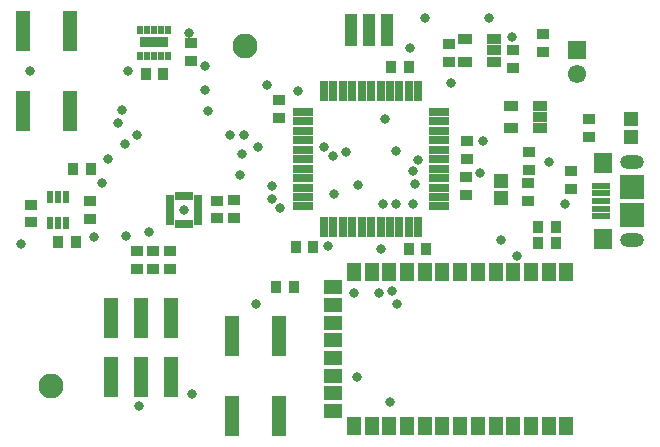
<source format=gts>
G04*
G04 #@! TF.GenerationSoftware,Altium Limited,Altium Designer,19.1.5 (86)*
G04*
G04 Layer_Color=8388736*
%FSLAX44Y44*%
%MOMM*%
G71*
G01*
G75*
%ADD20R,2.4130X0.8800*%
%ADD38R,1.0032X2.8032*%
%ADD39R,0.5000X0.7000*%
%ADD40R,0.9032X1.1032*%
%ADD41R,1.1032X0.9032*%
%ADD42R,0.5032X0.8032*%
%ADD43R,0.8032X0.5032*%
%ADD44R,1.2032X3.3532*%
%ADD45R,1.2032X0.9032*%
%ADD46R,1.5032X1.2032*%
%ADD47R,1.2032X1.5032*%
%ADD48R,0.5532X1.0532*%
%ADD49R,1.2032X3.4032*%
G04:AMPARAMS|DCode=50|XSize=1.1532mm|YSize=1.1532mm|CornerRadius=0mm|HoleSize=0mm|Usage=FLASHONLY|Rotation=90.000|XOffset=0mm|YOffset=0mm|HoleType=Round|Shape=RoundedRectangle|*
%AMROUNDEDRECTD50*
21,1,1.1532,1.1532,0,0,90.0*
21,1,1.1532,1.1532,0,0,90.0*
1,1,0.0000,0.5766,0.5766*
1,1,0.0000,0.5766,-0.5766*
1,1,0.0000,-0.5766,-0.5766*
1,1,0.0000,-0.5766,0.5766*
%
%ADD50ROUNDEDRECTD50*%
%ADD51R,1.7032X0.8032*%
%ADD52R,0.8032X1.7032*%
%ADD53R,1.3032X0.8532*%
%ADD54R,2.1032X2.1032*%
%ADD55R,1.6032X1.8032*%
%ADD56R,1.5532X0.6032*%
%ADD57C,2.1031*%
%ADD58C,1.5532*%
%ADD59R,1.5532X1.5532*%
%ADD60O,2.0032X1.2032*%
%ADD61C,0.8382*%
D20*
X127000Y-32512D02*
D03*
D38*
X294372Y-22606D02*
D03*
X309372D02*
D03*
X324372D02*
D03*
D39*
X115316Y-44458D02*
D03*
X121316D02*
D03*
X127316D02*
D03*
X133316D02*
D03*
X139316D02*
D03*
Y-22458D02*
D03*
X133316D02*
D03*
X127316D02*
D03*
X121316D02*
D03*
X115316D02*
D03*
D40*
X135262Y-59944D02*
D03*
X120262D02*
D03*
X59048Y-140208D02*
D03*
X74048D02*
D03*
X245752Y-240030D02*
D03*
X230752D02*
D03*
X467494Y-189230D02*
D03*
X452494D02*
D03*
X467494Y-202692D02*
D03*
X452494D02*
D03*
X262262Y-206248D02*
D03*
X247262D02*
D03*
X46094Y-202184D02*
D03*
X61094D02*
D03*
X343034Y-53848D02*
D03*
X328034D02*
D03*
X358020Y-208280D02*
D03*
X343020D02*
D03*
D41*
X112776Y-224670D02*
D03*
Y-209670D02*
D03*
X495808Y-97910D02*
D03*
Y-112910D02*
D03*
X444500Y-126104D02*
D03*
Y-141104D02*
D03*
X126238Y-209670D02*
D03*
Y-224670D02*
D03*
X140716Y-209670D02*
D03*
Y-224670D02*
D03*
X444246Y-167520D02*
D03*
Y-152520D02*
D03*
X377444Y-49410D02*
D03*
Y-34410D02*
D03*
X431038Y-54998D02*
D03*
Y-39998D02*
D03*
X232918Y-81908D02*
D03*
Y-96908D02*
D03*
X158496Y-48782D02*
D03*
Y-33782D02*
D03*
X195072Y-181998D02*
D03*
Y-166998D02*
D03*
X181102Y-182252D02*
D03*
Y-167252D02*
D03*
X23622Y-170554D02*
D03*
Y-185554D02*
D03*
X73406Y-167506D02*
D03*
Y-182506D02*
D03*
X391160Y-162320D02*
D03*
Y-147320D02*
D03*
X480060Y-142360D02*
D03*
Y-157360D02*
D03*
X456438Y-26028D02*
D03*
Y-41028D02*
D03*
X392430Y-116960D02*
D03*
Y-131960D02*
D03*
D42*
X147592Y-162926D02*
D03*
X152592D02*
D03*
X157592D02*
D03*
Y-186926D02*
D03*
X152592D02*
D03*
X147592D02*
D03*
D43*
X164592Y-164926D02*
D03*
Y-169926D02*
D03*
Y-174926D02*
D03*
Y-179926D02*
D03*
Y-184926D02*
D03*
X140592D02*
D03*
Y-179926D02*
D03*
Y-174926D02*
D03*
Y-169926D02*
D03*
Y-164926D02*
D03*
D44*
X116078Y-316842D02*
D03*
Y-266342D02*
D03*
X141478Y-316842D02*
D03*
Y-266342D02*
D03*
X90678Y-316842D02*
D03*
Y-266342D02*
D03*
D45*
X391036Y-49378D02*
D03*
Y-30378D02*
D03*
X415036Y-49378D02*
D03*
Y-39878D02*
D03*
Y-30378D02*
D03*
D46*
X278560Y-285386D02*
D03*
Y-240386D02*
D03*
Y-255386D02*
D03*
Y-270386D02*
D03*
Y-300386D02*
D03*
Y-315386D02*
D03*
Y-330386D02*
D03*
Y-345386D02*
D03*
D47*
X296560Y-357886D02*
D03*
X311560D02*
D03*
X326560D02*
D03*
X341560D02*
D03*
X356560D02*
D03*
X371560D02*
D03*
X386560D02*
D03*
X401560D02*
D03*
X416560D02*
D03*
X431560D02*
D03*
X446560D02*
D03*
X461560D02*
D03*
X476560D02*
D03*
Y-227886D02*
D03*
X461560D02*
D03*
X446560D02*
D03*
X431560D02*
D03*
X416560D02*
D03*
X401560D02*
D03*
X386560D02*
D03*
X371560D02*
D03*
X356560D02*
D03*
X341560D02*
D03*
X326560D02*
D03*
X311560D02*
D03*
X296560D02*
D03*
D48*
X52474Y-163752D02*
D03*
X45974D02*
D03*
X39474D02*
D03*
X52474Y-185752D02*
D03*
X45974D02*
D03*
X39474D02*
D03*
D49*
X193360Y-281722D02*
D03*
X233360D02*
D03*
X193360Y-349722D02*
D03*
X233360D02*
D03*
X16576Y-23404D02*
D03*
X56576D02*
D03*
X16576Y-91404D02*
D03*
X56576D02*
D03*
D50*
X420878Y-150234D02*
D03*
Y-165234D02*
D03*
X530860Y-113164D02*
D03*
Y-98164D02*
D03*
D51*
X368650Y-172080D02*
D03*
Y-164080D02*
D03*
Y-156080D02*
D03*
Y-148080D02*
D03*
Y-140080D02*
D03*
Y-132080D02*
D03*
Y-124080D02*
D03*
Y-116080D02*
D03*
Y-108080D02*
D03*
Y-100080D02*
D03*
Y-92080D02*
D03*
X253650D02*
D03*
Y-100080D02*
D03*
Y-108080D02*
D03*
Y-116080D02*
D03*
Y-124080D02*
D03*
Y-132080D02*
D03*
Y-140080D02*
D03*
Y-148080D02*
D03*
Y-156080D02*
D03*
Y-164080D02*
D03*
Y-172080D02*
D03*
D52*
X351150Y-74580D02*
D03*
X343150D02*
D03*
X335150D02*
D03*
X327150D02*
D03*
X319150D02*
D03*
X311150D02*
D03*
X303150D02*
D03*
X295150D02*
D03*
X287150D02*
D03*
X279150D02*
D03*
X271150D02*
D03*
Y-189580D02*
D03*
X279150D02*
D03*
X287150D02*
D03*
X295150D02*
D03*
X303150D02*
D03*
X311150D02*
D03*
X319150D02*
D03*
X327150D02*
D03*
X335150D02*
D03*
X343150D02*
D03*
X351150D02*
D03*
D53*
X454004Y-105911D02*
D03*
Y-96411D02*
D03*
Y-86911D02*
D03*
X430004D02*
D03*
Y-105911D02*
D03*
D54*
X532210Y-155490D02*
D03*
Y-179490D02*
D03*
D55*
X507710Y-135490D02*
D03*
Y-199490D02*
D03*
D56*
X505460Y-154490D02*
D03*
Y-160990D02*
D03*
Y-167490D02*
D03*
Y-173990D02*
D03*
Y-180490D02*
D03*
D57*
X40000Y-324000D02*
D03*
X204000Y-36000D02*
D03*
D58*
X485648Y-59690D02*
D03*
D59*
Y-39690D02*
D03*
D60*
X532210Y-134490D02*
D03*
Y-200490D02*
D03*
D61*
X105156Y-57404D02*
D03*
X156718Y-25146D02*
D03*
X344424Y-37592D02*
D03*
X222758Y-69088D02*
D03*
X323342Y-97790D02*
D03*
X202184Y-127762D02*
D03*
X200152Y-145796D02*
D03*
X279146Y-129032D02*
D03*
X215138Y-122174D02*
D03*
X271526Y-121920D02*
D03*
X203962Y-111252D02*
D03*
X249682Y-74676D02*
D03*
X123444Y-194056D02*
D03*
X152908Y-175006D02*
D03*
X410972Y-12954D02*
D03*
X379222Y-67310D02*
D03*
X430784Y-28956D02*
D03*
X173228Y-90932D02*
D03*
X191770Y-111506D02*
D03*
X356616Y-12700D02*
D03*
X170434Y-53086D02*
D03*
X113030Y-111506D02*
D03*
X114554Y-341122D02*
D03*
X103378Y-197358D02*
D03*
X227076Y-165862D02*
D03*
X233934Y-173736D02*
D03*
X434340Y-213868D02*
D03*
X159512Y-330962D02*
D03*
X326898Y-337312D02*
D03*
X299974Y-153924D02*
D03*
X290322Y-125984D02*
D03*
X332486Y-125222D02*
D03*
X351282Y-133096D02*
D03*
X100076Y-90678D02*
D03*
X103124Y-118872D02*
D03*
X97028Y-101346D02*
D03*
X227076Y-155194D02*
D03*
X331978Y-169672D02*
D03*
X321056Y-170434D02*
D03*
X346964Y-141732D02*
D03*
X348234Y-152908D02*
D03*
X296560Y-245476D02*
D03*
X274574Y-205232D02*
D03*
X299212Y-316484D02*
D03*
X88646Y-131826D02*
D03*
X333502Y-254762D02*
D03*
X328930Y-244094D02*
D03*
X346456Y-169672D02*
D03*
X279908Y-161290D02*
D03*
X461518Y-134112D02*
D03*
X318262Y-245110D02*
D03*
X319150Y-208406D02*
D03*
X403352Y-143764D02*
D03*
X83312Y-151892D02*
D03*
X76962Y-198374D02*
D03*
X214122Y-255016D02*
D03*
X170434Y-73406D02*
D03*
X14478Y-204216D02*
D03*
X22098Y-57404D02*
D03*
X420878Y-200152D02*
D03*
X405638Y-116840D02*
D03*
X475742Y-170434D02*
D03*
M02*

</source>
